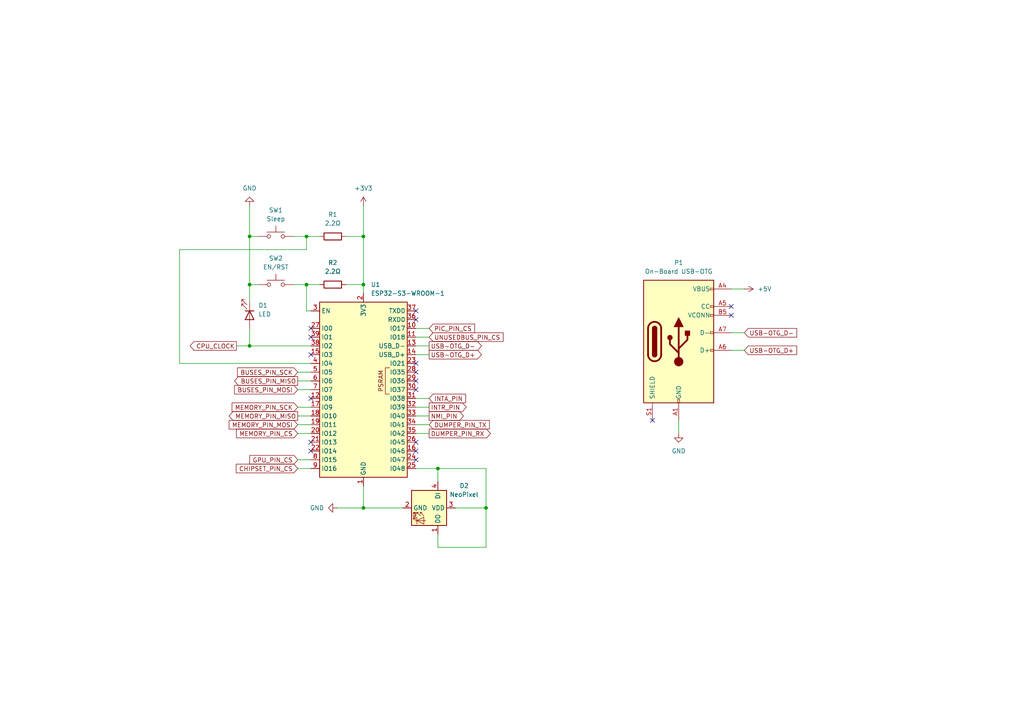
<source format=kicad_sch>
(kicad_sch
	(version 20250114)
	(generator "eeschema")
	(generator_version "9.0")
	(uuid "1c1a9a95-7529-4d58-b9e6-e8a4d3ce91e0")
	(paper "A4")
	(lib_symbols
		(symbol "Connector:USB_C_Plug_USB2.0"
			(pin_names
				(offset 1.016)
			)
			(exclude_from_sim no)
			(in_bom yes)
			(on_board yes)
			(property "Reference" "P"
				(at -10.16 19.05 0)
				(effects
					(font
						(size 1.27 1.27)
					)
					(justify left)
				)
			)
			(property "Value" "USB_C_Plug_USB2.0"
				(at 12.7 19.05 0)
				(effects
					(font
						(size 1.27 1.27)
					)
					(justify right)
				)
			)
			(property "Footprint" ""
				(at 3.81 0 0)
				(effects
					(font
						(size 1.27 1.27)
					)
					(hide yes)
				)
			)
			(property "Datasheet" "https://www.usb.org/sites/default/files/documents/usb_type-c.zip"
				(at 3.81 0 0)
				(effects
					(font
						(size 1.27 1.27)
					)
					(hide yes)
				)
			)
			(property "Description" "USB 2.0-only Type-C Plug connector"
				(at 0 0 0)
				(effects
					(font
						(size 1.27 1.27)
					)
					(hide yes)
				)
			)
			(property "ki_keywords" "usb universal serial bus type-C USB2.0"
				(at 0 0 0)
				(effects
					(font
						(size 1.27 1.27)
					)
					(hide yes)
				)
			)
			(property "ki_fp_filters" "USB*C*Plug*"
				(at 0 0 0)
				(effects
					(font
						(size 1.27 1.27)
					)
					(hide yes)
				)
			)
			(symbol "USB_C_Plug_USB2.0_0_0"
				(rectangle
					(start -0.254 -17.78)
					(end 0.254 -16.764)
					(stroke
						(width 0)
						(type default)
					)
					(fill
						(type none)
					)
				)
				(rectangle
					(start 10.16 15.494)
					(end 9.144 14.986)
					(stroke
						(width 0)
						(type default)
					)
					(fill
						(type none)
					)
				)
				(rectangle
					(start 10.16 10.414)
					(end 9.144 9.906)
					(stroke
						(width 0)
						(type default)
					)
					(fill
						(type none)
					)
				)
				(rectangle
					(start 10.16 7.874)
					(end 9.144 7.366)
					(stroke
						(width 0)
						(type default)
					)
					(fill
						(type none)
					)
				)
				(rectangle
					(start 10.16 2.794)
					(end 9.144 2.286)
					(stroke
						(width 0)
						(type default)
					)
					(fill
						(type none)
					)
				)
				(rectangle
					(start 10.16 -2.286)
					(end 9.144 -2.794)
					(stroke
						(width 0)
						(type default)
					)
					(fill
						(type none)
					)
				)
			)
			(symbol "USB_C_Plug_USB2.0_0_1"
				(rectangle
					(start -10.16 17.78)
					(end 10.16 -17.78)
					(stroke
						(width 0.254)
						(type default)
					)
					(fill
						(type background)
					)
				)
				(polyline
					(pts
						(xy -8.89 -3.81) (xy -8.89 3.81)
					)
					(stroke
						(width 0.508)
						(type default)
					)
					(fill
						(type none)
					)
				)
				(rectangle
					(start -7.62 -3.81)
					(end -6.35 3.81)
					(stroke
						(width 0.254)
						(type default)
					)
					(fill
						(type outline)
					)
				)
				(arc
					(start -7.62 3.81)
					(mid -6.985 4.4423)
					(end -6.35 3.81)
					(stroke
						(width 0.254)
						(type default)
					)
					(fill
						(type none)
					)
				)
				(arc
					(start -7.62 3.81)
					(mid -6.985 4.4423)
					(end -6.35 3.81)
					(stroke
						(width 0.254)
						(type default)
					)
					(fill
						(type outline)
					)
				)
				(arc
					(start -8.89 3.81)
					(mid -6.985 5.7067)
					(end -5.08 3.81)
					(stroke
						(width 0.508)
						(type default)
					)
					(fill
						(type none)
					)
				)
				(arc
					(start -5.08 -3.81)
					(mid -6.985 -5.7067)
					(end -8.89 -3.81)
					(stroke
						(width 0.508)
						(type default)
					)
					(fill
						(type none)
					)
				)
				(arc
					(start -6.35 -3.81)
					(mid -6.985 -4.4423)
					(end -7.62 -3.81)
					(stroke
						(width 0.254)
						(type default)
					)
					(fill
						(type none)
					)
				)
				(arc
					(start -6.35 -3.81)
					(mid -6.985 -4.4423)
					(end -7.62 -3.81)
					(stroke
						(width 0.254)
						(type default)
					)
					(fill
						(type outline)
					)
				)
				(polyline
					(pts
						(xy -5.08 3.81) (xy -5.08 -3.81)
					)
					(stroke
						(width 0.508)
						(type default)
					)
					(fill
						(type none)
					)
				)
				(circle
					(center -2.54 1.143)
					(radius 0.635)
					(stroke
						(width 0.254)
						(type default)
					)
					(fill
						(type outline)
					)
				)
				(polyline
					(pts
						(xy -1.27 4.318) (xy 0 6.858) (xy 1.27 4.318) (xy -1.27 4.318)
					)
					(stroke
						(width 0.254)
						(type default)
					)
					(fill
						(type outline)
					)
				)
				(polyline
					(pts
						(xy 0 -2.032) (xy 2.54 0.508) (xy 2.54 1.778)
					)
					(stroke
						(width 0.508)
						(type default)
					)
					(fill
						(type none)
					)
				)
				(polyline
					(pts
						(xy 0 -3.302) (xy -2.54 -0.762) (xy -2.54 0.508)
					)
					(stroke
						(width 0.508)
						(type default)
					)
					(fill
						(type none)
					)
				)
				(polyline
					(pts
						(xy 0 -5.842) (xy 0 4.318)
					)
					(stroke
						(width 0.508)
						(type default)
					)
					(fill
						(type none)
					)
				)
				(circle
					(center 0 -5.842)
					(radius 1.27)
					(stroke
						(width 0)
						(type default)
					)
					(fill
						(type outline)
					)
				)
				(rectangle
					(start 1.905 1.778)
					(end 3.175 3.048)
					(stroke
						(width 0.254)
						(type default)
					)
					(fill
						(type outline)
					)
				)
			)
			(symbol "USB_C_Plug_USB2.0_1_1"
				(pin passive line
					(at -7.62 -22.86 90)
					(length 5.08)
					(name "SHIELD"
						(effects
							(font
								(size 1.27 1.27)
							)
						)
					)
					(number "S1"
						(effects
							(font
								(size 1.27 1.27)
							)
						)
					)
				)
				(pin passive line
					(at 0 -22.86 90)
					(length 5.08)
					(name "GND"
						(effects
							(font
								(size 1.27 1.27)
							)
						)
					)
					(number "A1"
						(effects
							(font
								(size 1.27 1.27)
							)
						)
					)
				)
				(pin passive line
					(at 0 -22.86 90)
					(length 5.08)
					(hide yes)
					(name "GND"
						(effects
							(font
								(size 1.27 1.27)
							)
						)
					)
					(number "A12"
						(effects
							(font
								(size 1.27 1.27)
							)
						)
					)
				)
				(pin passive line
					(at 0 -22.86 90)
					(length 5.08)
					(hide yes)
					(name "GND"
						(effects
							(font
								(size 1.27 1.27)
							)
						)
					)
					(number "B1"
						(effects
							(font
								(size 1.27 1.27)
							)
						)
					)
				)
				(pin passive line
					(at 0 -22.86 90)
					(length 5.08)
					(hide yes)
					(name "GND"
						(effects
							(font
								(size 1.27 1.27)
							)
						)
					)
					(number "B12"
						(effects
							(font
								(size 1.27 1.27)
							)
						)
					)
				)
				(pin passive line
					(at 15.24 15.24 180)
					(length 5.08)
					(name "VBUS"
						(effects
							(font
								(size 1.27 1.27)
							)
						)
					)
					(number "A4"
						(effects
							(font
								(size 1.27 1.27)
							)
						)
					)
				)
				(pin passive line
					(at 15.24 15.24 180)
					(length 5.08)
					(hide yes)
					(name "VBUS"
						(effects
							(font
								(size 1.27 1.27)
							)
						)
					)
					(number "A9"
						(effects
							(font
								(size 1.27 1.27)
							)
						)
					)
				)
				(pin passive line
					(at 15.24 15.24 180)
					(length 5.08)
					(hide yes)
					(name "VBUS"
						(effects
							(font
								(size 1.27 1.27)
							)
						)
					)
					(number "B4"
						(effects
							(font
								(size 1.27 1.27)
							)
						)
					)
				)
				(pin passive line
					(at 15.24 15.24 180)
					(length 5.08)
					(hide yes)
					(name "VBUS"
						(effects
							(font
								(size 1.27 1.27)
							)
						)
					)
					(number "B9"
						(effects
							(font
								(size 1.27 1.27)
							)
						)
					)
				)
				(pin bidirectional line
					(at 15.24 10.16 180)
					(length 5.08)
					(name "CC"
						(effects
							(font
								(size 1.27 1.27)
							)
						)
					)
					(number "A5"
						(effects
							(font
								(size 1.27 1.27)
							)
						)
					)
				)
				(pin bidirectional line
					(at 15.24 7.62 180)
					(length 5.08)
					(name "VCONN"
						(effects
							(font
								(size 1.27 1.27)
							)
						)
					)
					(number "B5"
						(effects
							(font
								(size 1.27 1.27)
							)
						)
					)
				)
				(pin bidirectional line
					(at 15.24 2.54 180)
					(length 5.08)
					(name "D-"
						(effects
							(font
								(size 1.27 1.27)
							)
						)
					)
					(number "A7"
						(effects
							(font
								(size 1.27 1.27)
							)
						)
					)
				)
				(pin bidirectional line
					(at 15.24 -2.54 180)
					(length 5.08)
					(name "D+"
						(effects
							(font
								(size 1.27 1.27)
							)
						)
					)
					(number "A6"
						(effects
							(font
								(size 1.27 1.27)
							)
						)
					)
				)
			)
			(embedded_fonts no)
		)
		(symbol "Device:LED"
			(pin_numbers
				(hide yes)
			)
			(pin_names
				(offset 1.016)
				(hide yes)
			)
			(exclude_from_sim no)
			(in_bom yes)
			(on_board yes)
			(property "Reference" "D"
				(at 0 2.54 0)
				(effects
					(font
						(size 1.27 1.27)
					)
				)
			)
			(property "Value" "LED"
				(at 0 -2.54 0)
				(effects
					(font
						(size 1.27 1.27)
					)
				)
			)
			(property "Footprint" ""
				(at 0 0 0)
				(effects
					(font
						(size 1.27 1.27)
					)
					(hide yes)
				)
			)
			(property "Datasheet" "~"
				(at 0 0 0)
				(effects
					(font
						(size 1.27 1.27)
					)
					(hide yes)
				)
			)
			(property "Description" "Light emitting diode"
				(at 0 0 0)
				(effects
					(font
						(size 1.27 1.27)
					)
					(hide yes)
				)
			)
			(property "Sim.Pins" "1=K 2=A"
				(at 0 0 0)
				(effects
					(font
						(size 1.27 1.27)
					)
					(hide yes)
				)
			)
			(property "ki_keywords" "LED diode"
				(at 0 0 0)
				(effects
					(font
						(size 1.27 1.27)
					)
					(hide yes)
				)
			)
			(property "ki_fp_filters" "LED* LED_SMD:* LED_THT:*"
				(at 0 0 0)
				(effects
					(font
						(size 1.27 1.27)
					)
					(hide yes)
				)
			)
			(symbol "LED_0_1"
				(polyline
					(pts
						(xy -3.048 -0.762) (xy -4.572 -2.286) (xy -3.81 -2.286) (xy -4.572 -2.286) (xy -4.572 -1.524)
					)
					(stroke
						(width 0)
						(type default)
					)
					(fill
						(type none)
					)
				)
				(polyline
					(pts
						(xy -1.778 -0.762) (xy -3.302 -2.286) (xy -2.54 -2.286) (xy -3.302 -2.286) (xy -3.302 -1.524)
					)
					(stroke
						(width 0)
						(type default)
					)
					(fill
						(type none)
					)
				)
				(polyline
					(pts
						(xy -1.27 0) (xy 1.27 0)
					)
					(stroke
						(width 0)
						(type default)
					)
					(fill
						(type none)
					)
				)
				(polyline
					(pts
						(xy -1.27 -1.27) (xy -1.27 1.27)
					)
					(stroke
						(width 0.254)
						(type default)
					)
					(fill
						(type none)
					)
				)
				(polyline
					(pts
						(xy 1.27 -1.27) (xy 1.27 1.27) (xy -1.27 0) (xy 1.27 -1.27)
					)
					(stroke
						(width 0.254)
						(type default)
					)
					(fill
						(type none)
					)
				)
			)
			(symbol "LED_1_1"
				(pin passive line
					(at -3.81 0 0)
					(length 2.54)
					(name "K"
						(effects
							(font
								(size 1.27 1.27)
							)
						)
					)
					(number "1"
						(effects
							(font
								(size 1.27 1.27)
							)
						)
					)
				)
				(pin passive line
					(at 3.81 0 180)
					(length 2.54)
					(name "A"
						(effects
							(font
								(size 1.27 1.27)
							)
						)
					)
					(number "2"
						(effects
							(font
								(size 1.27 1.27)
							)
						)
					)
				)
			)
			(embedded_fonts no)
		)
		(symbol "Device:R"
			(pin_numbers
				(hide yes)
			)
			(pin_names
				(offset 0)
			)
			(exclude_from_sim no)
			(in_bom yes)
			(on_board yes)
			(property "Reference" "R"
				(at 2.032 0 90)
				(effects
					(font
						(size 1.27 1.27)
					)
				)
			)
			(property "Value" "R"
				(at 0 0 90)
				(effects
					(font
						(size 1.27 1.27)
					)
				)
			)
			(property "Footprint" ""
				(at -1.778 0 90)
				(effects
					(font
						(size 1.27 1.27)
					)
					(hide yes)
				)
			)
			(property "Datasheet" "~"
				(at 0 0 0)
				(effects
					(font
						(size 1.27 1.27)
					)
					(hide yes)
				)
			)
			(property "Description" "Resistor"
				(at 0 0 0)
				(effects
					(font
						(size 1.27 1.27)
					)
					(hide yes)
				)
			)
			(property "ki_keywords" "R res resistor"
				(at 0 0 0)
				(effects
					(font
						(size 1.27 1.27)
					)
					(hide yes)
				)
			)
			(property "ki_fp_filters" "R_*"
				(at 0 0 0)
				(effects
					(font
						(size 1.27 1.27)
					)
					(hide yes)
				)
			)
			(symbol "R_0_1"
				(rectangle
					(start -1.016 -2.54)
					(end 1.016 2.54)
					(stroke
						(width 0.254)
						(type default)
					)
					(fill
						(type none)
					)
				)
			)
			(symbol "R_1_1"
				(pin passive line
					(at 0 3.81 270)
					(length 1.27)
					(name "~"
						(effects
							(font
								(size 1.27 1.27)
							)
						)
					)
					(number "1"
						(effects
							(font
								(size 1.27 1.27)
							)
						)
					)
				)
				(pin passive line
					(at 0 -3.81 90)
					(length 1.27)
					(name "~"
						(effects
							(font
								(size 1.27 1.27)
							)
						)
					)
					(number "2"
						(effects
							(font
								(size 1.27 1.27)
							)
						)
					)
				)
			)
			(embedded_fonts no)
		)
		(symbol "LED:APA-106-F5"
			(exclude_from_sim no)
			(in_bom yes)
			(on_board yes)
			(property "Reference" "D"
				(at 5.08 5.715 0)
				(effects
					(font
						(size 1.27 1.27)
					)
					(justify right bottom)
				)
			)
			(property "Value" "APA-106-F5"
				(at 1.27 -5.715 0)
				(effects
					(font
						(size 1.27 1.27)
					)
					(justify left top)
				)
			)
			(property "Footprint" "LED_THT:LED_D5.0mm-4_RGB"
				(at 1.27 -7.62 0)
				(effects
					(font
						(size 1.27 1.27)
					)
					(justify left top)
					(hide yes)
				)
			)
			(property "Datasheet" "https://cdn.sparkfun.com/datasheets/Components/LED/COM-12877.pdf"
				(at 2.54 -9.525 0)
				(effects
					(font
						(size 1.27 1.27)
					)
					(justify left top)
					(hide yes)
				)
			)
			(property "Description" "RGB LED with integrated controller, 5mm Package"
				(at 0 0 0)
				(effects
					(font
						(size 1.27 1.27)
					)
					(hide yes)
				)
			)
			(property "ki_keywords" "RGB LED addressable 8bit pwm 5bit greyscale"
				(at 0 0 0)
				(effects
					(font
						(size 1.27 1.27)
					)
					(hide yes)
				)
			)
			(property "ki_fp_filters" "LED*D5.0mm*RGB*"
				(at 0 0 0)
				(effects
					(font
						(size 1.27 1.27)
					)
					(hide yes)
				)
			)
			(symbol "APA-106-F5_0_0"
				(text "RGB"
					(at 2.286 -4.191 0)
					(effects
						(font
							(size 0.762 0.762)
						)
					)
				)
			)
			(symbol "APA-106-F5_0_1"
				(polyline
					(pts
						(xy 1.27 -2.54) (xy 1.778 -2.54)
					)
					(stroke
						(width 0)
						(type default)
					)
					(fill
						(type none)
					)
				)
				(polyline
					(pts
						(xy 1.27 -3.556) (xy 1.778 -3.556)
					)
					(stroke
						(width 0)
						(type default)
					)
					(fill
						(type none)
					)
				)
				(polyline
					(pts
						(xy 2.286 -1.524) (xy 1.27 -2.54) (xy 1.27 -2.032)
					)
					(stroke
						(width 0)
						(type default)
					)
					(fill
						(type none)
					)
				)
				(polyline
					(pts
						(xy 2.286 -2.54) (xy 1.27 -3.556) (xy 1.27 -3.048)
					)
					(stroke
						(width 0)
						(type default)
					)
					(fill
						(type none)
					)
				)
				(polyline
					(pts
						(xy 3.683 -1.016) (xy 3.683 -3.556) (xy 3.683 -4.064)
					)
					(stroke
						(width 0)
						(type default)
					)
					(fill
						(type none)
					)
				)
				(polyline
					(pts
						(xy 4.699 -1.524) (xy 2.667 -1.524) (xy 3.683 -3.556) (xy 4.699 -1.524)
					)
					(stroke
						(width 0)
						(type default)
					)
					(fill
						(type none)
					)
				)
				(polyline
					(pts
						(xy 4.699 -3.556) (xy 2.667 -3.556)
					)
					(stroke
						(width 0)
						(type default)
					)
					(fill
						(type none)
					)
				)
				(rectangle
					(start 5.08 5.08)
					(end -5.08 -5.08)
					(stroke
						(width 0.254)
						(type default)
					)
					(fill
						(type background)
					)
				)
			)
			(symbol "APA-106-F5_1_1"
				(pin input line
					(at -7.62 2.54 0)
					(length 2.54)
					(name "DI"
						(effects
							(font
								(size 1.27 1.27)
							)
						)
					)
					(number "4"
						(effects
							(font
								(size 1.27 1.27)
							)
						)
					)
				)
				(pin power_in line
					(at 0 7.62 270)
					(length 2.54)
					(name "VDD"
						(effects
							(font
								(size 1.27 1.27)
							)
						)
					)
					(number "3"
						(effects
							(font
								(size 1.27 1.27)
							)
						)
					)
				)
				(pin power_in line
					(at 0 -7.62 90)
					(length 2.54)
					(name "GND"
						(effects
							(font
								(size 1.27 1.27)
							)
						)
					)
					(number "2"
						(effects
							(font
								(size 1.27 1.27)
							)
						)
					)
				)
				(pin output line
					(at 7.62 2.54 180)
					(length 2.54)
					(name "DO"
						(effects
							(font
								(size 1.27 1.27)
							)
						)
					)
					(number "1"
						(effects
							(font
								(size 1.27 1.27)
							)
						)
					)
				)
			)
			(embedded_fonts no)
		)
		(symbol "RF_Module:ESP32-S3-WROOM-1"
			(exclude_from_sim no)
			(in_bom yes)
			(on_board yes)
			(property "Reference" "U"
				(at -12.7 26.67 0)
				(effects
					(font
						(size 1.27 1.27)
					)
				)
			)
			(property "Value" "ESP32-S3-WROOM-1"
				(at 12.7 26.67 0)
				(effects
					(font
						(size 1.27 1.27)
					)
				)
			)
			(property "Footprint" "RF_Module:ESP32-S3-WROOM-1"
				(at 0 2.54 0)
				(effects
					(font
						(size 1.27 1.27)
					)
					(hide yes)
				)
			)
			(property "Datasheet" "https://www.espressif.com/sites/default/files/documentation/esp32-s3-wroom-1_wroom-1u_datasheet_en.pdf"
				(at 0 0 0)
				(effects
					(font
						(size 1.27 1.27)
					)
					(hide yes)
				)
			)
			(property "Description" "RF Module, ESP32-S3 SoC, Wi-Fi 802.11b/g/n, Bluetooth, BLE, 32-bit, 3.3V, onboard antenna, SMD"
				(at 0 0 0)
				(effects
					(font
						(size 1.27 1.27)
					)
					(hide yes)
				)
			)
			(property "ki_keywords" "RF Radio BT ESP ESP32-S3 Espressif onboard PCB antenna"
				(at 0 0 0)
				(effects
					(font
						(size 1.27 1.27)
					)
					(hide yes)
				)
			)
			(property "ki_fp_filters" "ESP32?S3?WROOM?1*"
				(at 0 0 0)
				(effects
					(font
						(size 1.27 1.27)
					)
					(hide yes)
				)
			)
			(symbol "ESP32-S3-WROOM-1_0_0"
				(rectangle
					(start -12.7 25.4)
					(end 12.7 -25.4)
					(stroke
						(width 0.254)
						(type default)
					)
					(fill
						(type background)
					)
				)
				(text "PSRAM"
					(at 5.08 2.54 900)
					(effects
						(font
							(size 1.27 1.27)
						)
					)
				)
			)
			(symbol "ESP32-S3-WROOM-1_0_1"
				(polyline
					(pts
						(xy 7.62 -1.27) (xy 6.35 -1.27) (xy 6.35 6.35) (xy 7.62 6.35)
					)
					(stroke
						(width 0)
						(type default)
					)
					(fill
						(type none)
					)
				)
			)
			(symbol "ESP32-S3-WROOM-1_1_1"
				(pin input line
					(at -15.24 22.86 0)
					(length 2.54)
					(name "EN"
						(effects
							(font
								(size 1.27 1.27)
							)
						)
					)
					(number "3"
						(effects
							(font
								(size 1.27 1.27)
							)
						)
					)
				)
				(pin bidirectional line
					(at -15.24 17.78 0)
					(length 2.54)
					(name "IO0"
						(effects
							(font
								(size 1.27 1.27)
							)
						)
					)
					(number "27"
						(effects
							(font
								(size 1.27 1.27)
							)
						)
					)
				)
				(pin bidirectional line
					(at -15.24 15.24 0)
					(length 2.54)
					(name "IO1"
						(effects
							(font
								(size 1.27 1.27)
							)
						)
					)
					(number "39"
						(effects
							(font
								(size 1.27 1.27)
							)
						)
					)
				)
				(pin bidirectional line
					(at -15.24 12.7 0)
					(length 2.54)
					(name "IO2"
						(effects
							(font
								(size 1.27 1.27)
							)
						)
					)
					(number "38"
						(effects
							(font
								(size 1.27 1.27)
							)
						)
					)
				)
				(pin bidirectional line
					(at -15.24 10.16 0)
					(length 2.54)
					(name "IO3"
						(effects
							(font
								(size 1.27 1.27)
							)
						)
					)
					(number "15"
						(effects
							(font
								(size 1.27 1.27)
							)
						)
					)
				)
				(pin bidirectional line
					(at -15.24 7.62 0)
					(length 2.54)
					(name "IO4"
						(effects
							(font
								(size 1.27 1.27)
							)
						)
					)
					(number "4"
						(effects
							(font
								(size 1.27 1.27)
							)
						)
					)
				)
				(pin bidirectional line
					(at -15.24 5.08 0)
					(length 2.54)
					(name "IO5"
						(effects
							(font
								(size 1.27 1.27)
							)
						)
					)
					(number "5"
						(effects
							(font
								(size 1.27 1.27)
							)
						)
					)
				)
				(pin bidirectional line
					(at -15.24 2.54 0)
					(length 2.54)
					(name "IO6"
						(effects
							(font
								(size 1.27 1.27)
							)
						)
					)
					(number "6"
						(effects
							(font
								(size 1.27 1.27)
							)
						)
					)
				)
				(pin bidirectional line
					(at -15.24 0 0)
					(length 2.54)
					(name "IO7"
						(effects
							(font
								(size 1.27 1.27)
							)
						)
					)
					(number "7"
						(effects
							(font
								(size 1.27 1.27)
							)
						)
					)
				)
				(pin bidirectional line
					(at -15.24 -2.54 0)
					(length 2.54)
					(name "IO8"
						(effects
							(font
								(size 1.27 1.27)
							)
						)
					)
					(number "12"
						(effects
							(font
								(size 1.27 1.27)
							)
						)
					)
				)
				(pin bidirectional line
					(at -15.24 -5.08 0)
					(length 2.54)
					(name "IO9"
						(effects
							(font
								(size 1.27 1.27)
							)
						)
					)
					(number "17"
						(effects
							(font
								(size 1.27 1.27)
							)
						)
					)
				)
				(pin bidirectional line
					(at -15.24 -7.62 0)
					(length 2.54)
					(name "IO10"
						(effects
							(font
								(size 1.27 1.27)
							)
						)
					)
					(number "18"
						(effects
							(font
								(size 1.27 1.27)
							)
						)
					)
				)
				(pin bidirectional line
					(at -15.24 -10.16 0)
					(length 2.54)
					(name "IO11"
						(effects
							(font
								(size 1.27 1.27)
							)
						)
					)
					(number "19"
						(effects
							(font
								(size 1.27 1.27)
							)
						)
					)
				)
				(pin bidirectional line
					(at -15.24 -12.7 0)
					(length 2.54)
					(name "IO12"
						(effects
							(font
								(size 1.27 1.27)
							)
						)
					)
					(number "20"
						(effects
							(font
								(size 1.27 1.27)
							)
						)
					)
				)
				(pin bidirectional line
					(at -15.24 -15.24 0)
					(length 2.54)
					(name "IO13"
						(effects
							(font
								(size 1.27 1.27)
							)
						)
					)
					(number "21"
						(effects
							(font
								(size 1.27 1.27)
							)
						)
					)
				)
				(pin bidirectional line
					(at -15.24 -17.78 0)
					(length 2.54)
					(name "IO14"
						(effects
							(font
								(size 1.27 1.27)
							)
						)
					)
					(number "22"
						(effects
							(font
								(size 1.27 1.27)
							)
						)
					)
				)
				(pin bidirectional line
					(at -15.24 -20.32 0)
					(length 2.54)
					(name "IO15"
						(effects
							(font
								(size 1.27 1.27)
							)
						)
					)
					(number "8"
						(effects
							(font
								(size 1.27 1.27)
							)
						)
					)
				)
				(pin bidirectional line
					(at -15.24 -22.86 0)
					(length 2.54)
					(name "IO16"
						(effects
							(font
								(size 1.27 1.27)
							)
						)
					)
					(number "9"
						(effects
							(font
								(size 1.27 1.27)
							)
						)
					)
				)
				(pin power_in line
					(at 0 27.94 270)
					(length 2.54)
					(name "3V3"
						(effects
							(font
								(size 1.27 1.27)
							)
						)
					)
					(number "2"
						(effects
							(font
								(size 1.27 1.27)
							)
						)
					)
				)
				(pin power_in line
					(at 0 -27.94 90)
					(length 2.54)
					(name "GND"
						(effects
							(font
								(size 1.27 1.27)
							)
						)
					)
					(number "1"
						(effects
							(font
								(size 1.27 1.27)
							)
						)
					)
				)
				(pin passive line
					(at 0 -27.94 90)
					(length 2.54)
					(hide yes)
					(name "GND"
						(effects
							(font
								(size 1.27 1.27)
							)
						)
					)
					(number "40"
						(effects
							(font
								(size 1.27 1.27)
							)
						)
					)
				)
				(pin passive line
					(at 0 -27.94 90)
					(length 2.54)
					(hide yes)
					(name "GND"
						(effects
							(font
								(size 1.27 1.27)
							)
						)
					)
					(number "41"
						(effects
							(font
								(size 1.27 1.27)
							)
						)
					)
				)
				(pin bidirectional line
					(at 15.24 22.86 180)
					(length 2.54)
					(name "TXD0"
						(effects
							(font
								(size 1.27 1.27)
							)
						)
					)
					(number "37"
						(effects
							(font
								(size 1.27 1.27)
							)
						)
					)
				)
				(pin bidirectional line
					(at 15.24 20.32 180)
					(length 2.54)
					(name "RXD0"
						(effects
							(font
								(size 1.27 1.27)
							)
						)
					)
					(number "36"
						(effects
							(font
								(size 1.27 1.27)
							)
						)
					)
				)
				(pin bidirectional line
					(at 15.24 17.78 180)
					(length 2.54)
					(name "IO17"
						(effects
							(font
								(size 1.27 1.27)
							)
						)
					)
					(number "10"
						(effects
							(font
								(size 1.27 1.27)
							)
						)
					)
				)
				(pin bidirectional line
					(at 15.24 15.24 180)
					(length 2.54)
					(name "IO18"
						(effects
							(font
								(size 1.27 1.27)
							)
						)
					)
					(number "11"
						(effects
							(font
								(size 1.27 1.27)
							)
						)
					)
				)
				(pin bidirectional line
					(at 15.24 12.7 180)
					(length 2.54)
					(name "USB_D-"
						(effects
							(font
								(size 1.27 1.27)
							)
						)
					)
					(number "13"
						(effects
							(font
								(size 1.27 1.27)
							)
						)
					)
					(alternate "IO19" bidirectional line)
				)
				(pin bidirectional line
					(at 15.24 10.16 180)
					(length 2.54)
					(name "USB_D+"
						(effects
							(font
								(size 1.27 1.27)
							)
						)
					)
					(number "14"
						(effects
							(font
								(size 1.27 1.27)
							)
						)
					)
					(alternate "IO20" bidirectional line)
				)
				(pin bidirectional line
					(at 15.24 7.62 180)
					(length 2.54)
					(name "IO21"
						(effects
							(font
								(size 1.27 1.27)
							)
						)
					)
					(number "23"
						(effects
							(font
								(size 1.27 1.27)
							)
						)
					)
				)
				(pin bidirectional line
					(at 15.24 5.08 180)
					(length 2.54)
					(name "IO35"
						(effects
							(font
								(size 1.27 1.27)
							)
						)
					)
					(number "28"
						(effects
							(font
								(size 1.27 1.27)
							)
						)
					)
				)
				(pin bidirectional line
					(at 15.24 2.54 180)
					(length 2.54)
					(name "IO36"
						(effects
							(font
								(size 1.27 1.27)
							)
						)
					)
					(number "29"
						(effects
							(font
								(size 1.27 1.27)
							)
						)
					)
				)
				(pin bidirectional line
					(at 15.24 0 180)
					(length 2.54)
					(name "IO37"
						(effects
							(font
								(size 1.27 1.27)
							)
						)
					)
					(number "30"
						(effects
							(font
								(size 1.27 1.27)
							)
						)
					)
				)
				(pin bidirectional line
					(at 15.24 -2.54 180)
					(length 2.54)
					(name "IO38"
						(effects
							(font
								(size 1.27 1.27)
							)
						)
					)
					(number "31"
						(effects
							(font
								(size 1.27 1.27)
							)
						)
					)
				)
				(pin bidirectional line
					(at 15.24 -5.08 180)
					(length 2.54)
					(name "IO39"
						(effects
							(font
								(size 1.27 1.27)
							)
						)
					)
					(number "32"
						(effects
							(font
								(size 1.27 1.27)
							)
						)
					)
				)
				(pin bidirectional line
					(at 15.24 -7.62 180)
					(length 2.54)
					(name "IO40"
						(effects
							(font
								(size 1.27 1.27)
							)
						)
					)
					(number "33"
						(effects
							(font
								(size 1.27 1.27)
							)
						)
					)
				)
				(pin bidirectional line
					(at 15.24 -10.16 180)
					(length 2.54)
					(name "IO41"
						(effects
							(font
								(size 1.27 1.27)
							)
						)
					)
					(number "34"
						(effects
							(font
								(size 1.27 1.27)
							)
						)
					)
				)
				(pin bidirectional line
					(at 15.24 -12.7 180)
					(length 2.54)
					(name "IO42"
						(effects
							(font
								(size 1.27 1.27)
							)
						)
					)
					(number "35"
						(effects
							(font
								(size 1.27 1.27)
							)
						)
					)
				)
				(pin bidirectional line
					(at 15.24 -15.24 180)
					(length 2.54)
					(name "IO45"
						(effects
							(font
								(size 1.27 1.27)
							)
						)
					)
					(number "26"
						(effects
							(font
								(size 1.27 1.27)
							)
						)
					)
				)
				(pin bidirectional line
					(at 15.24 -17.78 180)
					(length 2.54)
					(name "IO46"
						(effects
							(font
								(size 1.27 1.27)
							)
						)
					)
					(number "16"
						(effects
							(font
								(size 1.27 1.27)
							)
						)
					)
				)
				(pin bidirectional line
					(at 15.24 -20.32 180)
					(length 2.54)
					(name "IO47"
						(effects
							(font
								(size 1.27 1.27)
							)
						)
					)
					(number "24"
						(effects
							(font
								(size 1.27 1.27)
							)
						)
					)
				)
				(pin bidirectional line
					(at 15.24 -22.86 180)
					(length 2.54)
					(name "IO48"
						(effects
							(font
								(size 1.27 1.27)
							)
						)
					)
					(number "25"
						(effects
							(font
								(size 1.27 1.27)
							)
						)
					)
				)
			)
			(embedded_fonts no)
		)
		(symbol "Switch:SW_Push"
			(pin_numbers
				(hide yes)
			)
			(pin_names
				(offset 1.016)
				(hide yes)
			)
			(exclude_from_sim no)
			(in_bom yes)
			(on_board yes)
			(property "Reference" "SW"
				(at 1.27 2.54 0)
				(effects
					(font
						(size 1.27 1.27)
					)
					(justify left)
				)
			)
			(property "Value" "SW_Push"
				(at 0 -1.524 0)
				(effects
					(font
						(size 1.27 1.27)
					)
				)
			)
			(property "Footprint" ""
				(at 0 5.08 0)
				(effects
					(font
						(size 1.27 1.27)
					)
					(hide yes)
				)
			)
			(property "Datasheet" "~"
				(at 0 5.08 0)
				(effects
					(font
						(size 1.27 1.27)
					)
					(hide yes)
				)
			)
			(property "Description" "Push button switch, generic, two pins"
				(at 0 0 0)
				(effects
					(font
						(size 1.27 1.27)
					)
					(hide yes)
				)
			)
			(property "ki_keywords" "switch normally-open pushbutton push-button"
				(at 0 0 0)
				(effects
					(font
						(size 1.27 1.27)
					)
					(hide yes)
				)
			)
			(symbol "SW_Push_0_1"
				(circle
					(center -2.032 0)
					(radius 0.508)
					(stroke
						(width 0)
						(type default)
					)
					(fill
						(type none)
					)
				)
				(polyline
					(pts
						(xy 0 1.27) (xy 0 3.048)
					)
					(stroke
						(width 0)
						(type default)
					)
					(fill
						(type none)
					)
				)
				(circle
					(center 2.032 0)
					(radius 0.508)
					(stroke
						(width 0)
						(type default)
					)
					(fill
						(type none)
					)
				)
				(polyline
					(pts
						(xy 2.54 1.27) (xy -2.54 1.27)
					)
					(stroke
						(width 0)
						(type default)
					)
					(fill
						(type none)
					)
				)
				(pin passive line
					(at -5.08 0 0)
					(length 2.54)
					(name "1"
						(effects
							(font
								(size 1.27 1.27)
							)
						)
					)
					(number "1"
						(effects
							(font
								(size 1.27 1.27)
							)
						)
					)
				)
				(pin passive line
					(at 5.08 0 180)
					(length 2.54)
					(name "2"
						(effects
							(font
								(size 1.27 1.27)
							)
						)
					)
					(number "2"
						(effects
							(font
								(size 1.27 1.27)
							)
						)
					)
				)
			)
			(embedded_fonts no)
		)
		(symbol "power:+3V3"
			(power)
			(pin_numbers
				(hide yes)
			)
			(pin_names
				(offset 0)
				(hide yes)
			)
			(exclude_from_sim no)
			(in_bom yes)
			(on_board yes)
			(property "Reference" "#PWR"
				(at 0 -3.81 0)
				(effects
					(font
						(size 1.27 1.27)
					)
					(hide yes)
				)
			)
			(property "Value" "+3V3"
				(at 0 3.556 0)
				(effects
					(font
						(size 1.27 1.27)
					)
				)
			)
			(property "Footprint" ""
				(at 0 0 0)
				(effects
					(font
						(size 1.27 1.27)
					)
					(hide yes)
				)
			)
			(property "Datasheet" ""
				(at 0 0 0)
				(effects
					(font
						(size 1.27 1.27)
					)
					(hide yes)
				)
			)
			(property "Description" "Power symbol creates a global label with name \"+3V3\""
				(at 0 0 0)
				(effects
					(font
						(size 1.27 1.27)
					)
					(hide yes)
				)
			)
			(property "ki_keywords" "global power"
				(at 0 0 0)
				(effects
					(font
						(size 1.27 1.27)
					)
					(hide yes)
				)
			)
			(symbol "+3V3_0_1"
				(polyline
					(pts
						(xy -0.762 1.27) (xy 0 2.54)
					)
					(stroke
						(width 0)
						(type default)
					)
					(fill
						(type none)
					)
				)
				(polyline
					(pts
						(xy 0 2.54) (xy 0.762 1.27)
					)
					(stroke
						(width 0)
						(type default)
					)
					(fill
						(type none)
					)
				)
				(polyline
					(pts
						(xy 0 0) (xy 0 2.54)
					)
					(stroke
						(width 0)
						(type default)
					)
					(fill
						(type none)
					)
				)
			)
			(symbol "+3V3_1_1"
				(pin power_in line
					(at 0 0 90)
					(length 0)
					(name "~"
						(effects
							(font
								(size 1.27 1.27)
							)
						)
					)
					(number "1"
						(effects
							(font
								(size 1.27 1.27)
							)
						)
					)
				)
			)
			(embedded_fonts no)
		)
		(symbol "power:+5V"
			(power)
			(pin_numbers
				(hide yes)
			)
			(pin_names
				(offset 0)
				(hide yes)
			)
			(exclude_from_sim no)
			(in_bom yes)
			(on_board yes)
			(property "Reference" "#PWR"
				(at 0 -3.81 0)
				(effects
					(font
						(size 1.27 1.27)
					)
					(hide yes)
				)
			)
			(property "Value" "+5V"
				(at 0 3.556 0)
				(effects
					(font
						(size 1.27 1.27)
					)
				)
			)
			(property "Footprint" ""
				(at 0 0 0)
				(effects
					(font
						(size 1.27 1.27)
					)
					(hide yes)
				)
			)
			(property "Datasheet" ""
				(at 0 0 0)
				(effects
					(font
						(size 1.27 1.27)
					)
					(hide yes)
				)
			)
			(property "Description" "Power symbol creates a global label with name \"+5V\""
				(at 0 0 0)
				(effects
					(font
						(size 1.27 1.27)
					)
					(hide yes)
				)
			)
			(property "ki_keywords" "global power"
				(at 0 0 0)
				(effects
					(font
						(size 1.27 1.27)
					)
					(hide yes)
				)
			)
			(symbol "+5V_0_1"
				(polyline
					(pts
						(xy -0.762 1.27) (xy 0 2.54)
					)
					(stroke
						(width 0)
						(type default)
					)
					(fill
						(type none)
					)
				)
				(polyline
					(pts
						(xy 0 2.54) (xy 0.762 1.27)
					)
					(stroke
						(width 0)
						(type default)
					)
					(fill
						(type none)
					)
				)
				(polyline
					(pts
						(xy 0 0) (xy 0 2.54)
					)
					(stroke
						(width 0)
						(type default)
					)
					(fill
						(type none)
					)
				)
			)
			(symbol "+5V_1_1"
				(pin power_in line
					(at 0 0 90)
					(length 0)
					(name "~"
						(effects
							(font
								(size 1.27 1.27)
							)
						)
					)
					(number "1"
						(effects
							(font
								(size 1.27 1.27)
							)
						)
					)
				)
			)
			(embedded_fonts no)
		)
		(symbol "power:GND"
			(power)
			(pin_numbers
				(hide yes)
			)
			(pin_names
				(offset 0)
				(hide yes)
			)
			(exclude_from_sim no)
			(in_bom yes)
			(on_board yes)
			(property "Reference" "#PWR"
				(at 0 -6.35 0)
				(effects
					(font
						(size 1.27 1.27)
					)
					(hide yes)
				)
			)
			(property "Value" "GND"
				(at 0 -3.81 0)
				(effects
					(font
						(size 1.27 1.27)
					)
				)
			)
			(property "Footprint" ""
				(at 0 0 0)
				(effects
					(font
						(size 1.27 1.27)
					)
					(hide yes)
				)
			)
			(property "Datasheet" ""
				(at 0 0 0)
				(effects
					(font
						(size 1.27 1.27)
					)
					(hide yes)
				)
			)
			(property "Description" "Power symbol creates a global label with name \"GND\" , ground"
				(at 0 0 0)
				(effects
					(font
						(size 1.27 1.27)
					)
					(hide yes)
				)
			)
			(property "ki_keywords" "global power"
				(at 0 0 0)
				(effects
					(font
						(size 1.27 1.27)
					)
					(hide yes)
				)
			)
			(symbol "GND_0_1"
				(polyline
					(pts
						(xy 0 0) (xy 0 -1.27) (xy 1.27 -1.27) (xy 0 -2.54) (xy -1.27 -1.27) (xy 0 -1.27)
					)
					(stroke
						(width 0)
						(type default)
					)
					(fill
						(type none)
					)
				)
			)
			(symbol "GND_1_1"
				(pin power_in line
					(at 0 0 270)
					(length 0)
					(name "~"
						(effects
							(font
								(size 1.27 1.27)
							)
						)
					)
					(number "1"
						(effects
							(font
								(size 1.27 1.27)
							)
						)
					)
				)
			)
			(embedded_fonts no)
		)
	)
	(junction
		(at 72.39 68.58)
		(diameter 0)
		(color 0 0 0 0)
		(uuid "3526818d-5886-48b3-9df1-f5de7f779b94")
	)
	(junction
		(at 72.39 82.55)
		(diameter 0)
		(color 0 0 0 0)
		(uuid "39950378-052d-443e-a8d9-379d4d1ecf90")
	)
	(junction
		(at 127 135.89)
		(diameter 0)
		(color 0 0 0 0)
		(uuid "49ea445c-a162-4670-a75e-98593aaade5b")
	)
	(junction
		(at 140.97 147.32)
		(diameter 0)
		(color 0 0 0 0)
		(uuid "4b63b19b-c8c6-490b-aebf-780ec75a1448")
	)
	(junction
		(at 88.9 82.55)
		(diameter 0)
		(color 0 0 0 0)
		(uuid "57719eb7-2fd4-4396-8948-1e9bd5d78166")
	)
	(junction
		(at 72.39 100.33)
		(diameter 0)
		(color 0 0 0 0)
		(uuid "6bac595b-b9f5-42fe-9961-ad1f03a60b06")
	)
	(junction
		(at 105.41 68.58)
		(diameter 0)
		(color 0 0 0 0)
		(uuid "76179f46-43cf-40fc-8df4-e090b60a6228")
	)
	(junction
		(at 88.9 68.58)
		(diameter 0)
		(color 0 0 0 0)
		(uuid "9874c172-2158-4950-b2f4-1fd61335ff0a")
	)
	(junction
		(at 105.41 82.55)
		(diameter 0)
		(color 0 0 0 0)
		(uuid "a758d98e-82c4-4a27-8351-8d8dcadc799f")
	)
	(junction
		(at 105.41 147.32)
		(diameter 0)
		(color 0 0 0 0)
		(uuid "e6072ff5-a244-46a1-a0ff-8d447c2bc800")
	)
	(no_connect
		(at 120.65 133.35)
		(uuid "1a11391b-e67a-4b43-998a-79be381e7c10")
	)
	(no_connect
		(at 120.65 113.03)
		(uuid "27581e62-9e32-4ff1-9a78-55227e5408ce")
	)
	(no_connect
		(at 120.65 105.41)
		(uuid "2aa76b5e-0ab6-49b9-9dbd-c2865a6d1882")
	)
	(no_connect
		(at 189.23 121.92)
		(uuid "2f943ef8-1790-40b1-9d99-148c6d05efd4")
	)
	(no_connect
		(at 120.65 90.17)
		(uuid "34d6f50c-a87f-4387-ab7c-ea8f02960c4d")
	)
	(no_connect
		(at 90.17 130.81)
		(uuid "3fd8688e-f149-4824-b8ef-b1ff42781f1f")
	)
	(no_connect
		(at 120.65 92.71)
		(uuid "44e1eacd-c0d0-45a7-977c-e497a132279a")
	)
	(no_connect
		(at 90.17 97.79)
		(uuid "49a41f2f-a6ab-4fcb-862e-7fa607ef7bf2")
	)
	(no_connect
		(at 90.17 128.27)
		(uuid "6c114f9d-c33f-4fa0-90c2-14ce1937cbfc")
	)
	(no_connect
		(at 120.65 128.27)
		(uuid "7b3d9893-f7a5-498a-ac9b-5dfaea63c7f4")
	)
	(no_connect
		(at 120.65 110.49)
		(uuid "8465ae83-ca59-474b-a42d-15202cf6aff3")
	)
	(no_connect
		(at 120.65 107.95)
		(uuid "8b64ef9d-b9dc-4085-a3a6-681b4c815a88")
	)
	(no_connect
		(at 120.65 130.81)
		(uuid "94e46603-dca6-48d2-8313-51e8ac344003")
	)
	(no_connect
		(at 212.09 91.44)
		(uuid "9fc1c1dd-21e2-4336-9306-0e5ca280e184")
	)
	(no_connect
		(at 212.09 88.9)
		(uuid "afd073b4-7c1a-4609-a94d-12e9a6d2a040")
	)
	(no_connect
		(at 90.17 95.25)
		(uuid "b3996989-ec85-4716-ac8e-ce5698b4c99d")
	)
	(no_connect
		(at 90.17 115.57)
		(uuid "cc934341-3fd6-43d1-89e2-d0dc6243db48")
	)
	(no_connect
		(at 90.17 102.87)
		(uuid "e107bf5d-7e15-4388-b920-385d78e3c5de")
	)
	(wire
		(pts
			(xy 88.9 82.55) (xy 92.71 82.55)
		)
		(stroke
			(width 0)
			(type default)
		)
		(uuid "06b175a0-a84d-4791-a9b0-9a5c5fb507dd")
	)
	(wire
		(pts
			(xy 140.97 158.75) (xy 140.97 147.32)
		)
		(stroke
			(width 0)
			(type default)
		)
		(uuid "09211ed6-4791-4f31-8ec2-a6d99b19dc01")
	)
	(wire
		(pts
			(xy 127 158.75) (xy 140.97 158.75)
		)
		(stroke
			(width 0)
			(type default)
		)
		(uuid "116b566f-883a-432b-8126-56a51d377afa")
	)
	(wire
		(pts
			(xy 105.41 140.97) (xy 105.41 147.32)
		)
		(stroke
			(width 0)
			(type default)
		)
		(uuid "1373c498-5d4f-4ad6-807a-47c4103ab8ab")
	)
	(wire
		(pts
			(xy 72.39 59.69) (xy 72.39 68.58)
		)
		(stroke
			(width 0)
			(type default)
		)
		(uuid "14abd902-14c2-4da5-89ab-2518a14c95f6")
	)
	(wire
		(pts
			(xy 72.39 68.58) (xy 74.93 68.58)
		)
		(stroke
			(width 0)
			(type default)
		)
		(uuid "162b3166-b7e1-491b-861a-adaede42243c")
	)
	(wire
		(pts
			(xy 105.41 59.69) (xy 105.41 68.58)
		)
		(stroke
			(width 0)
			(type default)
		)
		(uuid "1de1d1c5-bd56-4e89-99f1-d92e1e7a9ef2")
	)
	(wire
		(pts
			(xy 90.17 90.17) (xy 88.9 90.17)
		)
		(stroke
			(width 0)
			(type default)
		)
		(uuid "1ee3f403-f249-44c0-a3e1-6fc0865b94dd")
	)
	(wire
		(pts
			(xy 86.36 113.03) (xy 90.17 113.03)
		)
		(stroke
			(width 0)
			(type default)
		)
		(uuid "210d30bb-126f-4681-9f6a-b28df4e333ae")
	)
	(wire
		(pts
			(xy 120.65 118.11) (xy 124.46 118.11)
		)
		(stroke
			(width 0)
			(type default)
		)
		(uuid "26328827-6c73-4433-addc-8f0c42f61e4a")
	)
	(wire
		(pts
			(xy 86.36 120.65) (xy 90.17 120.65)
		)
		(stroke
			(width 0)
			(type default)
		)
		(uuid "29708b4d-5c23-477c-a257-0b0fd57e18fc")
	)
	(wire
		(pts
			(xy 100.33 82.55) (xy 105.41 82.55)
		)
		(stroke
			(width 0)
			(type default)
		)
		(uuid "297c78d4-ab14-401b-b786-753fccd450e3")
	)
	(wire
		(pts
			(xy 120.65 102.87) (xy 124.46 102.87)
		)
		(stroke
			(width 0)
			(type default)
		)
		(uuid "3232784b-1a53-43f3-ba08-1c6199ff39cd")
	)
	(wire
		(pts
			(xy 120.65 135.89) (xy 127 135.89)
		)
		(stroke
			(width 0)
			(type default)
		)
		(uuid "35321531-4186-4e15-b9ea-7d82288b2e37")
	)
	(wire
		(pts
			(xy 85.09 82.55) (xy 88.9 82.55)
		)
		(stroke
			(width 0)
			(type default)
		)
		(uuid "35b88e07-3473-438a-ab19-9895cfa1a17c")
	)
	(wire
		(pts
			(xy 85.09 68.58) (xy 88.9 68.58)
		)
		(stroke
			(width 0)
			(type default)
		)
		(uuid "361b4562-9894-4911-846d-4c3e15d42178")
	)
	(wire
		(pts
			(xy 116.84 147.32) (xy 105.41 147.32)
		)
		(stroke
			(width 0)
			(type default)
		)
		(uuid "371db335-942f-4ac5-a00a-6472988aa1b3")
	)
	(wire
		(pts
			(xy 212.09 101.6) (xy 215.9 101.6)
		)
		(stroke
			(width 0)
			(type default)
		)
		(uuid "39096e81-b9d9-4621-aac3-2040e4928a0d")
	)
	(wire
		(pts
			(xy 127 135.89) (xy 140.97 135.89)
		)
		(stroke
			(width 0)
			(type default)
		)
		(uuid "49cd29da-83ff-4641-a0bd-271768ed8890")
	)
	(wire
		(pts
			(xy 86.36 123.19) (xy 90.17 123.19)
		)
		(stroke
			(width 0)
			(type default)
		)
		(uuid "4dfafd13-0a0a-4ae1-8082-16ecdfda5d0a")
	)
	(wire
		(pts
			(xy 120.65 115.57) (xy 124.46 115.57)
		)
		(stroke
			(width 0)
			(type default)
		)
		(uuid "51651c59-696b-4394-a176-862457c48f72")
	)
	(wire
		(pts
			(xy 127 135.89) (xy 127 139.7)
		)
		(stroke
			(width 0)
			(type default)
		)
		(uuid "5a926df2-0435-4dbe-8a62-8d5f6569fa66")
	)
	(wire
		(pts
			(xy 72.39 82.55) (xy 74.93 82.55)
		)
		(stroke
			(width 0)
			(type default)
		)
		(uuid "5b4ddc48-c226-4d5e-9348-8ef63e885f75")
	)
	(wire
		(pts
			(xy 100.33 68.58) (xy 105.41 68.58)
		)
		(stroke
			(width 0)
			(type default)
		)
		(uuid "5d6de1f8-b317-433f-803d-e69747bf6c4e")
	)
	(wire
		(pts
			(xy 97.79 147.32) (xy 105.41 147.32)
		)
		(stroke
			(width 0)
			(type default)
		)
		(uuid "71836b19-173e-4896-b64c-30426119659b")
	)
	(wire
		(pts
			(xy 132.08 147.32) (xy 140.97 147.32)
		)
		(stroke
			(width 0)
			(type default)
		)
		(uuid "73081826-3874-47f7-99d5-f0bc5b81573f")
	)
	(wire
		(pts
			(xy 52.07 105.41) (xy 52.07 72.39)
		)
		(stroke
			(width 0)
			(type default)
		)
		(uuid "7acd3adb-bcc8-40d7-bb2e-2b680a776bed")
	)
	(wire
		(pts
			(xy 120.65 123.19) (xy 124.46 123.19)
		)
		(stroke
			(width 0)
			(type default)
		)
		(uuid "7c9d6cd4-ae3a-4bf8-877a-a3bbd2238400")
	)
	(wire
		(pts
			(xy 68.58 100.33) (xy 72.39 100.33)
		)
		(stroke
			(width 0)
			(type default)
		)
		(uuid "7e1ba584-c21f-4d7d-acb8-59781487b642")
	)
	(wire
		(pts
			(xy 88.9 82.55) (xy 88.9 90.17)
		)
		(stroke
			(width 0)
			(type default)
		)
		(uuid "919e2c29-c95e-49bb-b1f9-ab73de810ff0")
	)
	(wire
		(pts
			(xy 90.17 105.41) (xy 52.07 105.41)
		)
		(stroke
			(width 0)
			(type default)
		)
		(uuid "936c8c61-bb8a-44c4-890f-a3cd55891620")
	)
	(wire
		(pts
			(xy 212.09 96.52) (xy 215.9 96.52)
		)
		(stroke
			(width 0)
			(type default)
		)
		(uuid "93c5201c-a8ee-4aef-8d04-5ad04768bd22")
	)
	(wire
		(pts
			(xy 86.36 118.11) (xy 90.17 118.11)
		)
		(stroke
			(width 0)
			(type default)
		)
		(uuid "95fabbaa-b00e-43df-96a7-1ee6f52feb89")
	)
	(wire
		(pts
			(xy 72.39 100.33) (xy 90.17 100.33)
		)
		(stroke
			(width 0)
			(type default)
		)
		(uuid "9b2e4e36-e37c-4fb3-af46-981b1387c97b")
	)
	(wire
		(pts
			(xy 196.85 121.92) (xy 196.85 125.73)
		)
		(stroke
			(width 0)
			(type default)
		)
		(uuid "9c1d3b5a-61f3-4732-9831-dd6a9843b92c")
	)
	(wire
		(pts
			(xy 140.97 147.32) (xy 140.97 135.89)
		)
		(stroke
			(width 0)
			(type default)
		)
		(uuid "9f49ed49-4a22-496d-ab28-ee9dbffedce3")
	)
	(wire
		(pts
			(xy 105.41 68.58) (xy 105.41 82.55)
		)
		(stroke
			(width 0)
			(type default)
		)
		(uuid "a43c1c6d-194d-4082-ac5b-c171856f5413")
	)
	(wire
		(pts
			(xy 86.36 125.73) (xy 90.17 125.73)
		)
		(stroke
			(width 0)
			(type default)
		)
		(uuid "a799f486-46f0-45b6-b768-4172856b3ca9")
	)
	(wire
		(pts
			(xy 105.41 82.55) (xy 105.41 85.09)
		)
		(stroke
			(width 0)
			(type default)
		)
		(uuid "b016c509-bef0-4a03-aa1e-5d1785991456")
	)
	(wire
		(pts
			(xy 120.65 97.79) (xy 124.46 97.79)
		)
		(stroke
			(width 0)
			(type default)
		)
		(uuid "b0df23f6-01e2-4626-ae77-108f4e34bc3c")
	)
	(wire
		(pts
			(xy 120.65 120.65) (xy 124.46 120.65)
		)
		(stroke
			(width 0)
			(type default)
		)
		(uuid "b1afdc3a-bbff-4839-8762-09d7aef8774e")
	)
	(wire
		(pts
			(xy 52.07 72.39) (xy 88.9 72.39)
		)
		(stroke
			(width 0)
			(type default)
		)
		(uuid "b2ef522e-69fe-404b-8b1f-cde5669a8e4f")
	)
	(wire
		(pts
			(xy 72.39 82.55) (xy 72.39 87.63)
		)
		(stroke
			(width 0)
			(type default)
		)
		(uuid "b48b1b41-4720-4264-966a-3beda212387e")
	)
	(wire
		(pts
			(xy 86.36 107.95) (xy 90.17 107.95)
		)
		(stroke
			(width 0)
			(type default)
		)
		(uuid "b642d7ae-86f1-4e46-a4e6-705541987e90")
	)
	(wire
		(pts
			(xy 86.36 110.49) (xy 90.17 110.49)
		)
		(stroke
			(width 0)
			(type default)
		)
		(uuid "bcadca8b-83d8-47ff-a000-f3c1924d2a10")
	)
	(wire
		(pts
			(xy 86.36 133.35) (xy 90.17 133.35)
		)
		(stroke
			(width 0)
			(type default)
		)
		(uuid "bcfe1777-86af-43e8-9f67-438f7fb2bab2")
	)
	(wire
		(pts
			(xy 120.65 95.25) (xy 124.46 95.25)
		)
		(stroke
			(width 0)
			(type default)
		)
		(uuid "bedab5ab-013c-4e64-a91b-a0869937e3d2")
	)
	(wire
		(pts
			(xy 88.9 68.58) (xy 92.71 68.58)
		)
		(stroke
			(width 0)
			(type default)
		)
		(uuid "cbe1399a-8890-4d32-915d-c0787e781b52")
	)
	(wire
		(pts
			(xy 86.36 135.89) (xy 90.17 135.89)
		)
		(stroke
			(width 0)
			(type default)
		)
		(uuid "d9384636-ff95-46d4-ba0f-bd9edeb9e839")
	)
	(wire
		(pts
			(xy 120.65 100.33) (xy 124.46 100.33)
		)
		(stroke
			(width 0)
			(type default)
		)
		(uuid "e34e3d43-8d79-4cc4-afe8-7aed2cfb7c34")
	)
	(wire
		(pts
			(xy 212.09 83.82) (xy 215.9 83.82)
		)
		(stroke
			(width 0)
			(type default)
		)
		(uuid "e57601dd-6435-474a-9403-378b1a89551a")
	)
	(wire
		(pts
			(xy 88.9 68.58) (xy 88.9 72.39)
		)
		(stroke
			(width 0)
			(type default)
		)
		(uuid "e74459fe-0915-4205-ba38-318aacbb7b5f")
	)
	(wire
		(pts
			(xy 72.39 95.25) (xy 72.39 100.33)
		)
		(stroke
			(width 0)
			(type default)
		)
		(uuid "e7c9b829-0d2a-4154-924d-654ec4e4be75")
	)
	(wire
		(pts
			(xy 120.65 125.73) (xy 124.46 125.73)
		)
		(stroke
			(width 0)
			(type default)
		)
		(uuid "e9f22e0b-076e-4bcc-8883-053a15a51d96")
	)
	(wire
		(pts
			(xy 127 154.94) (xy 127 158.75)
		)
		(stroke
			(width 0)
			(type default)
		)
		(uuid "f522775f-627e-4897-9103-67d7ef78418e")
	)
	(wire
		(pts
			(xy 72.39 68.58) (xy 72.39 82.55)
		)
		(stroke
			(width 0)
			(type default)
		)
		(uuid "f7505fac-5413-46df-912c-9651b1d83e27")
	)
	(global_label "NMI_PIN"
		(shape output)
		(at 124.46 120.65 0)
		(fields_autoplaced yes)
		(effects
			(font
				(size 1.27 1.27)
			)
			(justify left)
		)
		(uuid "0155f7c4-1aad-4932-8806-fc6e72c29087")
		(property "Intersheetrefs" "${INTERSHEET_REFS}"
			(at 135.0048 120.65 0)
			(effects
				(font
					(size 1.27 1.27)
				)
				(justify left)
				(hide yes)
			)
		)
	)
	(global_label "MEMORY_PIN_MISO"
		(shape output)
		(at 86.36 120.65 180)
		(fields_autoplaced yes)
		(effects
			(font
				(size 1.27 1.27)
			)
			(justify right)
		)
		(uuid "1cf220af-cb1a-4d0d-be88-566fc160b08f")
		(property "Intersheetrefs" "${INTERSHEET_REFS}"
			(at 65.8972 120.65 0)
			(effects
				(font
					(size 1.27 1.27)
				)
				(justify right)
				(hide yes)
			)
		)
	)
	(global_label "GPU_PIN_CS"
		(shape input)
		(at 86.36 133.35 180)
		(fields_autoplaced yes)
		(effects
			(font
				(size 1.27 1.27)
			)
			(justify right)
		)
		(uuid "1f1cf2e1-05eb-4d00-a5ed-93b3a7ac5580")
		(property "Intersheetrefs" "${INTERSHEET_REFS}"
			(at 71.8843 133.35 0)
			(effects
				(font
					(size 1.27 1.27)
				)
				(justify right)
				(hide yes)
			)
		)
	)
	(global_label "BUSES_PIN_SCK"
		(shape input)
		(at 86.36 107.95 180)
		(fields_autoplaced yes)
		(effects
			(font
				(size 1.27 1.27)
			)
			(justify right)
		)
		(uuid "2f7c1774-88f6-44a7-8806-25edabd193be")
		(property "Intersheetrefs" "${INTERSHEET_REFS}"
			(at 68.3163 107.95 0)
			(effects
				(font
					(size 1.27 1.27)
				)
				(justify right)
				(hide yes)
			)
		)
	)
	(global_label "MEMORY_PIN_SCK"
		(shape input)
		(at 86.36 118.11 180)
		(fields_autoplaced yes)
		(effects
			(font
				(size 1.27 1.27)
			)
			(justify right)
		)
		(uuid "36696f74-9083-47f0-8492-f99522bed564")
		(property "Intersheetrefs" "${INTERSHEET_REFS}"
			(at 66.7439 118.11 0)
			(effects
				(font
					(size 1.27 1.27)
				)
				(justify right)
				(hide yes)
			)
		)
	)
	(global_label "BUSES_PIN_MISO"
		(shape output)
		(at 86.36 110.49 180)
		(fields_autoplaced yes)
		(effects
			(font
				(size 1.27 1.27)
			)
			(justify right)
		)
		(uuid "39794322-020e-4f22-89f8-a4912231d412")
		(property "Intersheetrefs" "${INTERSHEET_REFS}"
			(at 67.4696 110.49 0)
			(effects
				(font
					(size 1.27 1.27)
				)
				(justify right)
				(hide yes)
			)
		)
	)
	(global_label "CHIPSET_PIN_CS"
		(shape input)
		(at 86.36 135.89 180)
		(fields_autoplaced yes)
		(effects
			(font
				(size 1.27 1.27)
			)
			(justify right)
		)
		(uuid "44a316b0-e2e3-44b5-9a4e-88ec08fa7bc1")
		(property "Intersheetrefs" "${INTERSHEET_REFS}"
			(at 67.9534 135.89 0)
			(effects
				(font
					(size 1.27 1.27)
				)
				(justify right)
				(hide yes)
			)
		)
	)
	(global_label "MEMORY_PIN_CS"
		(shape input)
		(at 86.36 125.73 180)
		(fields_autoplaced yes)
		(effects
			(font
				(size 1.27 1.27)
			)
			(justify right)
		)
		(uuid "56e47641-3dcc-4db6-8275-323db2e7cf59")
		(property "Intersheetrefs" "${INTERSHEET_REFS}"
			(at 68.0139 125.73 0)
			(effects
				(font
					(size 1.27 1.27)
				)
				(justify right)
				(hide yes)
			)
		)
	)
	(global_label "DUMPER_PIN_RX"
		(shape output)
		(at 124.46 125.73 0)
		(fields_autoplaced yes)
		(effects
			(font
				(size 1.27 1.27)
			)
			(justify left)
		)
		(uuid "5fe22719-dd78-4e96-8fbe-bad5877ed7d2")
		(property "Intersheetrefs" "${INTERSHEET_REFS}"
			(at 142.8061 125.73 0)
			(effects
				(font
					(size 1.27 1.27)
				)
				(justify left)
				(hide yes)
			)
		)
	)
	(global_label "USB-OTG_D-"
		(shape output)
		(at 124.46 100.33 0)
		(fields_autoplaced yes)
		(effects
			(font
				(size 1.27 1.27)
			)
			(justify left)
		)
		(uuid "6b611a3c-fb6f-4f65-b764-a269c173ce52")
		(property "Intersheetrefs" "${INTERSHEET_REFS}"
			(at 140.2057 100.33 0)
			(effects
				(font
					(size 1.27 1.27)
				)
				(justify left)
				(hide yes)
			)
		)
	)
	(global_label "PIC_PIN_CS"
		(shape input)
		(at 124.46 95.25 0)
		(fields_autoplaced yes)
		(effects
			(font
				(size 1.27 1.27)
			)
			(justify left)
		)
		(uuid "71ecc84d-7f3f-49ef-bb9c-50124a3cfa7f")
		(property "Intersheetrefs" "${INTERSHEET_REFS}"
			(at 138.21 95.25 0)
			(effects
				(font
					(size 1.27 1.27)
				)
				(justify left)
				(hide yes)
			)
		)
	)
	(global_label "USB-OTG_D-"
		(shape input)
		(at 215.9 96.52 0)
		(fields_autoplaced yes)
		(effects
			(font
				(size 1.27 1.27)
			)
			(justify left)
		)
		(uuid "7c57bee3-4080-46a9-9ca7-29fdb079c650")
		(property "Intersheetrefs" "${INTERSHEET_REFS}"
			(at 231.6457 96.52 0)
			(effects
				(font
					(size 1.27 1.27)
				)
				(justify left)
				(hide yes)
			)
		)
	)
	(global_label "DUMPER_PIN_TX"
		(shape input)
		(at 124.46 123.19 0)
		(fields_autoplaced yes)
		(effects
			(font
				(size 1.27 1.27)
			)
			(justify left)
		)
		(uuid "83c664e0-d89c-4ed1-a600-4b6d2a0d73a2")
		(property "Intersheetrefs" "${INTERSHEET_REFS}"
			(at 142.5037 123.19 0)
			(effects
				(font
					(size 1.27 1.27)
				)
				(justify left)
				(hide yes)
			)
		)
	)
	(global_label "INTR_PIN"
		(shape output)
		(at 124.46 118.11 0)
		(fields_autoplaced yes)
		(effects
			(font
				(size 1.27 1.27)
			)
			(justify left)
		)
		(uuid "84bc6255-6fd8-4698-a9e7-f18f7b773e8e")
		(property "Intersheetrefs" "${INTERSHEET_REFS}"
			(at 135.791 118.11 0)
			(effects
				(font
					(size 1.27 1.27)
				)
				(justify left)
				(hide yes)
			)
		)
	)
	(global_label "BUSES_PIN_MOSI"
		(shape input)
		(at 86.36 113.03 180)
		(fields_autoplaced yes)
		(effects
			(font
				(size 1.27 1.27)
			)
			(justify right)
		)
		(uuid "85ad3b10-ffc9-4847-8a0b-1c84b62a9060")
		(property "Intersheetrefs" "${INTERSHEET_REFS}"
			(at 67.4696 113.03 0)
			(effects
				(font
					(size 1.27 1.27)
				)
				(justify right)
				(hide yes)
			)
		)
	)
	(global_label "USB-OTG_D+"
		(shape output)
		(at 124.46 102.87 0)
		(fields_autoplaced yes)
		(effects
			(font
				(size 1.27 1.27)
			)
			(justify left)
		)
		(uuid "b7f43a03-0a99-458c-94e9-535b91877324")
		(property "Intersheetrefs" "${INTERSHEET_REFS}"
			(at 140.2057 102.87 0)
			(effects
				(font
					(size 1.27 1.27)
				)
				(justify left)
				(hide yes)
			)
		)
	)
	(global_label "INTA_PIN"
		(shape input)
		(at 124.46 115.57 0)
		(fields_autoplaced yes)
		(effects
			(font
				(size 1.27 1.27)
			)
			(justify left)
		)
		(uuid "bcee6012-e501-4344-b358-0b04bd5ba899")
		(property "Intersheetrefs" "${INTERSHEET_REFS}"
			(at 135.6096 115.57 0)
			(effects
				(font
					(size 1.27 1.27)
				)
				(justify left)
				(hide yes)
			)
		)
	)
	(global_label "MEMORY_PIN_MOSI"
		(shape input)
		(at 86.36 123.19 180)
		(fields_autoplaced yes)
		(effects
			(font
				(size 1.27 1.27)
			)
			(justify right)
		)
		(uuid "d618ad47-d2c5-4c0f-af16-694705509f97")
		(property "Intersheetrefs" "${INTERSHEET_REFS}"
			(at 65.8972 123.19 0)
			(effects
				(font
					(size 1.27 1.27)
				)
				(justify right)
				(hide yes)
			)
		)
	)
	(global_label "UNUSEDBUS_PIN_CS"
		(shape input)
		(at 124.46 97.79 0)
		(fields_autoplaced yes)
		(effects
			(font
				(size 1.27 1.27)
			)
			(justify left)
		)
		(uuid "dfb79bd4-07ad-43e2-8d78-d5b7aed39d2b")
		(property "Intersheetrefs" "${INTERSHEET_REFS}"
			(at 146.4952 97.79 0)
			(effects
				(font
					(size 1.27 1.27)
				)
				(justify left)
				(hide yes)
			)
		)
	)
	(global_label "CPU_CLOCK"
		(shape output)
		(at 68.58 100.33 180)
		(fields_autoplaced yes)
		(effects
			(font
				(size 1.27 1.27)
			)
			(justify right)
		)
		(uuid "e016f17d-b546-495c-b831-d50b8363e165")
		(property "Intersheetrefs" "${INTERSHEET_REFS}"
			(at 54.5881 100.33 0)
			(effects
				(font
					(size 1.27 1.27)
				)
				(justify right)
				(hide yes)
			)
		)
	)
	(global_label "USB-OTG_D+"
		(shape input)
		(at 215.9 101.6 0)
		(fields_autoplaced yes)
		(effects
			(font
				(size 1.27 1.27)
			)
			(justify left)
		)
		(uuid "f26aa784-d561-4171-963c-25a033874699")
		(property "Intersheetrefs" "${INTERSHEET_REFS}"
			(at 231.6457 101.6 0)
			(effects
				(font
					(size 1.27 1.27)
				)
				(justify left)
				(hide yes)
			)
		)
	)
	(symbol
		(lib_id "RF_Module:ESP32-S3-WROOM-1")
		(at 105.41 113.03 0)
		(unit 1)
		(exclude_from_sim no)
		(in_bom yes)
		(on_board yes)
		(dnp no)
		(fields_autoplaced yes)
		(uuid "0a6d836f-9462-4a83-9cf1-07f742cb3b1e")
		(property "Reference" "U1"
			(at 107.5533 82.55 0)
			(effects
				(font
					(size 1.27 1.27)
				)
				(justify left)
			)
		)
		(property "Value" "ESP32-S3-WROOM-1"
			(at 107.5533 85.09 0)
			(effects
				(font
					(size 1.27 1.27)
				)
				(justify left)
			)
		)
		(property "Footprint" "RF_Module:ESP32-S3-WROOM-1"
			(at 105.41 110.49 0)
			(effects
				(font
					(size 1.27 1.27)
				)
				(hide yes)
			)
		)
		(property "Datasheet" "https://www.espressif.com/sites/default/files/documentation/esp32-s3-wroom-1_wroom-1u_datasheet_en.pdf"
			(at 105.41 113.03 0)
			(effects
				(font
					(size 1.27 1.27)
				)
				(hide yes)
			)
		)
		(property "Description" "RF Module, ESP32-S3 SoC, Wi-Fi 802.11b/g/n, Bluetooth, BLE, 32-bit, 3.3V, onboard antenna, SMD"
			(at 105.41 113.03 0)
			(effects
				(font
					(size 1.27 1.27)
				)
				(hide yes)
			)
		)
		(pin "13"
			(uuid "1cd410a5-ef9c-4bf4-9f54-c39c5d9c7bfa")
		)
		(pin "22"
			(uuid "4fa32177-a2b4-4d5e-80fd-29ff002f6e3d")
		)
		(pin "41"
			(uuid "bc49289a-4693-47ce-ab99-5063fa8e7920")
		)
		(pin "28"
			(uuid "830e3cba-8cff-41cf-a5be-2d6ba760e757")
		)
		(pin "32"
			(uuid "8eedc6b4-954a-48e6-81c1-7b3b7ff77bee")
		)
		(pin "17"
			(uuid "aef85f4d-5a64-41af-aa69-b5f4e68f7c28")
		)
		(pin "36"
			(uuid "635f2fe1-0857-4fd1-ab43-b21a8dd6a6f2")
		)
		(pin "2"
			(uuid "89d822e4-4606-475e-b297-dbef45f69c2c")
		)
		(pin "6"
			(uuid "c8fe5366-6e6f-4e23-ad7b-a4b292739f1d")
		)
		(pin "11"
			(uuid "a13958e7-2bce-41f3-a19d-d7b6b47568d4")
		)
		(pin "35"
			(uuid "07fb3357-2d88-413d-bf82-e620755bc9eb")
		)
		(pin "24"
			(uuid "cfd24976-2a4a-4162-b567-b75679ae90e5")
		)
		(pin "39"
			(uuid "052e64cf-fc97-495f-83a3-e80887569699")
		)
		(pin "4"
			(uuid "292e0d5e-6502-4f54-af3d-41860835f88d")
		)
		(pin "7"
			(uuid "9abaadab-e8cf-420e-80ee-94d0d773c779")
		)
		(pin "29"
			(uuid "b095214f-de40-43cc-a062-470a7bd2d25d")
		)
		(pin "25"
			(uuid "ef8e37cd-79ba-4c45-a660-b5e45186abea")
		)
		(pin "19"
			(uuid "635efa19-87ad-46d8-b5e6-42669304bd21")
		)
		(pin "3"
			(uuid "ca885a63-4359-4fdf-aa85-a08b88597620")
		)
		(pin "34"
			(uuid "c5526279-24c5-4baa-adce-2b44abf68d0e")
		)
		(pin "33"
			(uuid "358932de-f55a-4858-a9c5-d6d8e6052277")
		)
		(pin "5"
			(uuid "e46566b5-6436-4bf5-8728-7853d687b18f")
		)
		(pin "38"
			(uuid "0531abe0-69a7-40c5-85b7-f0eebfbd3dac")
		)
		(pin "21"
			(uuid "a45739b2-b63c-490e-af4c-be6bb9eeda0a")
		)
		(pin "20"
			(uuid "453a6da0-6dc8-4f9b-b4e7-c24b0dda3168")
		)
		(pin "23"
			(uuid "e0509ae1-90c7-4e5d-b0d1-db82b7d03210")
		)
		(pin "31"
			(uuid "113561e9-b6e8-467f-9efa-ceb8177c52ad")
		)
		(pin "26"
			(uuid "4a711df0-adcc-40ce-9ba2-a40e09d518f4")
		)
		(pin "16"
			(uuid "d2106886-e0a9-41f8-9165-47ab64da1150")
		)
		(pin "27"
			(uuid "c8006b70-3bfd-490e-84dd-2027ae7fcf8a")
		)
		(pin "15"
			(uuid "d8bb9466-1220-4848-a4b5-3a187166a71f")
		)
		(pin "9"
			(uuid "5456aa6d-e4a3-4177-9f76-fc7b60dcd078")
		)
		(pin "1"
			(uuid "c96ec554-83bc-4869-8af5-f3a5f5021b6c")
		)
		(pin "8"
			(uuid "8f5c861f-7758-4f29-8c39-044219c4b076")
		)
		(pin "18"
			(uuid "9fee8612-240f-4d57-b596-2b3da6f4fa5e")
		)
		(pin "12"
			(uuid "278a80bd-1cdb-4191-947d-d0b8e72d9b5a")
		)
		(pin "40"
			(uuid "c35b67c2-eb51-4445-9688-00bdb8a2a19a")
		)
		(pin "37"
			(uuid "1c2a148b-fb69-425d-a343-cf5ac577f146")
		)
		(pin "10"
			(uuid "65e6c573-53ec-4761-aa40-364e19ab06ec")
		)
		(pin "14"
			(uuid "0cd381a4-7cb3-4cdb-9976-48baec6b1695")
		)
		(pin "30"
			(uuid "204fa65e-8bd2-4595-8f56-ab156b23aec9")
		)
		(instances
			(project ""
				(path "/1c1a9a95-7529-4d58-b9e6-e8a4d3ce91e0"
					(reference "U1")
					(unit 1)
				)
			)
		)
	)
	(symbol
		(lib_id "LED:APA-106-F5")
		(at 124.46 147.32 270)
		(unit 1)
		(exclude_from_sim no)
		(in_bom yes)
		(on_board yes)
		(dnp no)
		(fields_autoplaced yes)
		(uuid "1147624d-ec40-4af4-a37a-6063e6f194cb")
		(property "Reference" "D2"
			(at 134.62 140.8998 90)
			(effects
				(font
					(size 1.27 1.27)
				)
			)
		)
		(property "Value" "NeoPixel"
			(at 134.62 143.4398 90)
			(effects
				(font
					(size 1.27 1.27)
				)
			)
		)
		(property "Footprint" "LED_SMD:LED_RGB_Lumex_SML-LXT0805SIUGUBW"
			(at 116.84 148.59 0)
			(effects
				(font
					(size 1.27 1.27)
				)
				(justify left top)
				(hide yes)
			)
		)
		(property "Datasheet" "https://cdn.sparkfun.com/datasheets/Components/LED/COM-12877.pdf"
			(at 114.935 149.86 0)
			(effects
				(font
					(size 1.27 1.27)
				)
				(justify left top)
				(hide yes)
			)
		)
		(property "Description" "RGB LED with integrated controller, 5mm Package"
			(at 124.46 147.32 0)
			(effects
				(font
					(size 1.27 1.27)
				)
				(hide yes)
			)
		)
		(pin "4"
			(uuid "6d88240c-f801-4261-803a-d13f1ace10fb")
		)
		(pin "3"
			(uuid "5fdba8fb-d5c6-41ab-baf6-a551323591e7")
		)
		(pin "2"
			(uuid "65066ed3-bd38-4f18-84e0-02707cd172cd")
		)
		(pin "1"
			(uuid "190ef192-d94b-4803-823b-fb1735d7325a")
		)
		(instances
			(project ""
				(path "/1c1a9a95-7529-4d58-b9e6-e8a4d3ce91e0"
					(reference "D2")
					(unit 1)
				)
			)
		)
	)
	(symbol
		(lib_id "Device:R")
		(at 96.52 82.55 90)
		(unit 1)
		(exclude_from_sim no)
		(in_bom yes)
		(on_board yes)
		(dnp no)
		(fields_autoplaced yes)
		(uuid "16796e66-dd4f-46ff-a531-16f1b975c61b")
		(property "Reference" "R2"
			(at 96.52 76.2 90)
			(effects
				(font
					(size 1.27 1.27)
				)
			)
		)
		(property "Value" "2.2Ω"
			(at 96.52 78.74 90)
			(effects
				(font
					(size 1.27 1.27)
				)
			)
		)
		(property "Footprint" "Resistor_THT:R_Axial_DIN0309_L9.0mm_D3.2mm_P12.70mm_Horizontal"
			(at 96.52 84.328 90)
			(effects
				(font
					(size 1.27 1.27)
				)
				(hide yes)
			)
		)
		(property "Datasheet" "~"
			(at 96.52 82.55 0)
			(effects
				(font
					(size 1.27 1.27)
				)
				(hide yes)
			)
		)
		(property "Description" "Resistor"
			(at 96.52 82.55 0)
			(effects
				(font
					(size 1.27 1.27)
				)
				(hide yes)
			)
		)
		(pin "1"
			(uuid "042d9729-6829-4826-8a4f-706d99c00e91")
		)
		(pin "2"
			(uuid "dd63c7ee-ee34-43bb-8e20-c0feb6d81d99")
		)
		(instances
			(project ""
				(path "/1c1a9a95-7529-4d58-b9e6-e8a4d3ce91e0"
					(reference "R2")
					(unit 1)
				)
			)
		)
	)
	(symbol
		(lib_id "Switch:SW_Push")
		(at 80.01 82.55 0)
		(unit 1)
		(exclude_from_sim no)
		(in_bom yes)
		(on_board yes)
		(dnp no)
		(fields_autoplaced yes)
		(uuid "2d66f51e-8861-46ae-89c3-f7544d015ac3")
		(property "Reference" "SW2"
			(at 80.01 74.93 0)
			(effects
				(font
					(size 1.27 1.27)
				)
			)
		)
		(property "Value" "EN/RST"
			(at 80.01 77.47 0)
			(effects
				(font
					(size 1.27 1.27)
				)
			)
		)
		(property "Footprint" "Button_Switch_THT:SW_PUSH_6mm"
			(at 80.01 77.47 0)
			(effects
				(font
					(size 1.27 1.27)
				)
				(hide yes)
			)
		)
		(property "Datasheet" "~"
			(at 80.01 77.47 0)
			(effects
				(font
					(size 1.27 1.27)
				)
				(hide yes)
			)
		)
		(property "Description" "Push button switch, generic, two pins"
			(at 80.01 82.55 0)
			(effects
				(font
					(size 1.27 1.27)
				)
				(hide yes)
			)
		)
		(pin "1"
			(uuid "2aff5c39-ac31-4777-8325-c1c0fe6f0aab")
		)
		(pin "2"
			(uuid "2be16a57-aa0f-4cb5-88dc-2771253399a7")
		)
		(instances
			(project ""
				(path "/1c1a9a95-7529-4d58-b9e6-e8a4d3ce91e0"
					(reference "SW2")
					(unit 1)
				)
			)
		)
	)
	(symbol
		(lib_id "Switch:SW_Push")
		(at 80.01 68.58 0)
		(unit 1)
		(exclude_from_sim no)
		(in_bom yes)
		(on_board yes)
		(dnp no)
		(fields_autoplaced yes)
		(uuid "376e04b0-b181-4f92-a43d-a743528042c5")
		(property "Reference" "SW1"
			(at 80.01 60.96 0)
			(effects
				(font
					(size 1.27 1.27)
				)
			)
		)
		(property "Value" "Sleep"
			(at 80.01 63.5 0)
			(effects
				(font
					(size 1.27 1.27)
				)
			)
		)
		(property "Footprint" "Button_Switch_THT:SW_PUSH_6mm"
			(at 80.01 63.5 0)
			(effects
				(font
					(size 1.27 1.27)
				)
				(hide yes)
			)
		)
		(property "Datasheet" "~"
			(at 80.01 63.5 0)
			(effects
				(font
					(size 1.27 1.27)
				)
				(hide yes)
			)
		)
		(property "Description" "Push button switch, generic, two pins"
			(at 80.01 68.58 0)
			(effects
				(font
					(size 1.27 1.27)
				)
				(hide yes)
			)
		)
		(pin "1"
			(uuid "b690d75c-f9ba-4ae2-b381-24798a208748")
		)
		(pin "2"
			(uuid "a0caaa2c-152f-463c-bcd8-8af6f16764f0")
		)
		(instances
			(project "cpu"
				(path "/1c1a9a95-7529-4d58-b9e6-e8a4d3ce91e0"
					(reference "SW1")
					(unit 1)
				)
			)
		)
	)
	(symbol
		(lib_id "power:GND")
		(at 97.79 147.32 270)
		(unit 1)
		(exclude_from_sim no)
		(in_bom yes)
		(on_board yes)
		(dnp no)
		(fields_autoplaced yes)
		(uuid "458ad9c6-344d-4f79-86a5-a3bb18965d17")
		(property "Reference" "#PWR02"
			(at 91.44 147.32 0)
			(effects
				(font
					(size 1.27 1.27)
				)
				(hide yes)
			)
		)
		(property "Value" "GND"
			(at 93.98 147.3199 90)
			(effects
				(font
					(size 1.27 1.27)
				)
				(justify right)
			)
		)
		(property "Footprint" ""
			(at 97.79 147.32 0)
			(effects
				(font
					(size 1.27 1.27)
				)
				(hide yes)
			)
		)
		(property "Datasheet" ""
			(at 97.79 147.32 0)
			(effects
				(font
					(size 1.27 1.27)
				)
				(hide yes)
			)
		)
		(property "Description" "Power symbol creates a global label with name \"GND\" , ground"
			(at 97.79 147.32 0)
			(effects
				(font
					(size 1.27 1.27)
				)
				(hide yes)
			)
		)
		(pin "1"
			(uuid "846b1236-519b-4f1a-ad9d-7affa3d7c244")
		)
		(instances
			(project ""
				(path "/1c1a9a95-7529-4d58-b9e6-e8a4d3ce91e0"
					(reference "#PWR02")
					(unit 1)
				)
			)
		)
	)
	(symbol
		(lib_id "power:GND")
		(at 196.85 125.73 0)
		(unit 1)
		(exclude_from_sim no)
		(in_bom yes)
		(on_board yes)
		(dnp no)
		(fields_autoplaced yes)
		(uuid "46472406-217d-4084-a9f5-6b952cbdd514")
		(property "Reference" "#PWR01"
			(at 196.85 132.08 0)
			(effects
				(font
					(size 1.27 1.27)
				)
				(hide yes)
			)
		)
		(property "Value" "GND"
			(at 196.85 130.81 0)
			(effects
				(font
					(size 1.27 1.27)
				)
			)
		)
		(property "Footprint" ""
			(at 196.85 125.73 0)
			(effects
				(font
					(size 1.27 1.27)
				)
				(hide yes)
			)
		)
		(property "Datasheet" ""
			(at 196.85 125.73 0)
			(effects
				(font
					(size 1.27 1.27)
				)
				(hide yes)
			)
		)
		(property "Description" "Power symbol creates a global label with name \"GND\" , ground"
			(at 196.85 125.73 0)
			(effects
				(font
					(size 1.27 1.27)
				)
				(hide yes)
			)
		)
		(pin "1"
			(uuid "b1eb18e8-db29-4170-a279-c038f4d430aa")
		)
		(instances
			(project ""
				(path "/1c1a9a95-7529-4d58-b9e6-e8a4d3ce91e0"
					(reference "#PWR01")
					(unit 1)
				)
			)
		)
	)
	(symbol
		(lib_id "power:+5V")
		(at 215.9 83.82 270)
		(unit 1)
		(exclude_from_sim no)
		(in_bom yes)
		(on_board yes)
		(dnp no)
		(fields_autoplaced yes)
		(uuid "62d5a6d1-0fe0-413f-a99f-b3f2f895b505")
		(property "Reference" "#PWR04"
			(at 212.09 83.82 0)
			(effects
				(font
					(size 1.27 1.27)
				)
				(hide yes)
			)
		)
		(property "Value" "+5V"
			(at 219.71 83.8199 90)
			(effects
				(font
					(size 1.27 1.27)
				)
				(justify left)
			)
		)
		(property "Footprint" ""
			(at 215.9 83.82 0)
			(effects
				(font
					(size 1.27 1.27)
				)
				(hide yes)
			)
		)
		(property "Datasheet" ""
			(at 215.9 83.82 0)
			(effects
				(font
					(size 1.27 1.27)
				)
				(hide yes)
			)
		)
		(property "Description" "Power symbol creates a global label with name \"+5V\""
			(at 215.9 83.82 0)
			(effects
				(font
					(size 1.27 1.27)
				)
				(hide yes)
			)
		)
		(pin "1"
			(uuid "52a17ab2-3528-4a57-b474-14287f4885f9")
		)
		(instances
			(project ""
				(path "/1c1a9a95-7529-4d58-b9e6-e8a4d3ce91e0"
					(reference "#PWR04")
					(unit 1)
				)
			)
		)
	)
	(symbol
		(lib_id "power:GND")
		(at 72.39 59.69 180)
		(unit 1)
		(exclude_from_sim no)
		(in_bom yes)
		(on_board yes)
		(dnp no)
		(fields_autoplaced yes)
		(uuid "6992c64f-7962-4541-b84a-42cdfd844d19")
		(property "Reference" "#PWR05"
			(at 72.39 53.34 0)
			(effects
				(font
					(size 1.27 1.27)
				)
				(hide yes)
			)
		)
		(property "Value" "GND"
			(at 72.39 54.61 0)
			(effects
				(font
					(size 1.27 1.27)
				)
			)
		)
		(property "Footprint" ""
			(at 72.39 59.69 0)
			(effects
				(font
					(size 1.27 1.27)
				)
				(hide yes)
			)
		)
		(property "Datasheet" ""
			(at 72.39 59.69 0)
			(effects
				(font
					(size 1.27 1.27)
				)
				(hide yes)
			)
		)
		(property "Description" "Power symbol creates a global label with name \"GND\" , ground"
			(at 72.39 59.69 0)
			(effects
				(font
					(size 1.27 1.27)
				)
				(hide yes)
			)
		)
		(pin "1"
			(uuid "8def4798-cd85-43ab-9038-be0b70b73f21")
		)
		(instances
			(project "cpu"
				(path "/1c1a9a95-7529-4d58-b9e6-e8a4d3ce91e0"
					(reference "#PWR05")
					(unit 1)
				)
			)
		)
	)
	(symbol
		(lib_id "Device:R")
		(at 96.52 68.58 270)
		(unit 1)
		(exclude_from_sim no)
		(in_bom yes)
		(on_board yes)
		(dnp no)
		(fields_autoplaced yes)
		(uuid "7330f652-4bdc-46a7-9a07-9e9acbfe75ef")
		(property "Reference" "R1"
			(at 96.52 62.23 90)
			(effects
				(font
					(size 1.27 1.27)
				)
			)
		)
		(property "Value" "2.2Ω"
			(at 96.52 64.77 90)
			(effects
				(font
					(size 1.27 1.27)
				)
			)
		)
		(property "Footprint" ""
			(at 96.52 66.802 90)
			(effects
				(font
					(size 1.27 1.27)
				)
				(hide yes)
			)
		)
		(property "Datasheet" "~"
			(at 96.52 68.58 0)
			(effects
				(font
					(size 1.27 1.27)
				)
				(hide yes)
			)
		)
		(property "Description" "Resistor"
			(at 96.52 68.58 0)
			(effects
				(font
					(size 1.27 1.27)
				)
				(hide yes)
			)
		)
		(pin "1"
			(uuid "4ef23476-0363-43dd-a031-2efda83b3fe8")
		)
		(pin "2"
			(uuid "b319ef0c-33a4-40ed-b241-a14c043590f7")
		)
		(instances
			(project "cpu"
				(path "/1c1a9a95-7529-4d58-b9e6-e8a4d3ce91e0"
					(reference "R1")
					(unit 1)
				)
			)
		)
	)
	(symbol
		(lib_id "Connector:USB_C_Plug_USB2.0")
		(at 196.85 99.06 0)
		(unit 1)
		(exclude_from_sim no)
		(in_bom yes)
		(on_board yes)
		(dnp no)
		(fields_autoplaced yes)
		(uuid "733d3bbf-1df3-4e99-8c72-58b7038d67fe")
		(property "Reference" "P1"
			(at 196.85 76.2 0)
			(effects
				(font
					(size 1.27 1.27)
				)
			)
		)
		(property "Value" "On-Board USB-OTG"
			(at 196.85 78.74 0)
			(effects
				(font
					(size 1.27 1.27)
				)
			)
		)
		(property "Footprint" "Connector_USB:USB_C_Receptacle_JAE_DX07S016JA1R1500"
			(at 200.66 99.06 0)
			(effects
				(font
					(size 1.27 1.27)
				)
				(hide yes)
			)
		)
		(property "Datasheet" "https://www.usb.org/sites/default/files/documents/usb_type-c.zip"
			(at 200.66 99.06 0)
			(effects
				(font
					(size 1.27 1.27)
				)
				(hide yes)
			)
		)
		(property "Description" "USB 2.0-only Type-C Plug connector"
			(at 196.85 99.06 0)
			(effects
				(font
					(size 1.27 1.27)
				)
				(hide yes)
			)
		)
		(pin "B9"
			(uuid "3c2f9481-908a-41d6-952e-10f99238c770")
		)
		(pin "A1"
			(uuid "eac732b0-c599-4cf6-99a1-b563d38816a6")
		)
		(pin "A4"
			(uuid "99caae02-54c1-48ea-a47c-a5b2e18c0618")
		)
		(pin "B4"
			(uuid "f716f4ab-bfc6-438b-90c7-3a02b5d54f75")
		)
		(pin "B12"
			(uuid "82e066f1-9239-423f-b6ca-1d775fa25e17")
		)
		(pin "B1"
			(uuid "3060a2ad-c48b-4e44-8cb5-61a6a4b65f37")
		)
		(pin "B5"
			(uuid "31d417dd-da23-4cee-abc2-a91bcea1f19c")
		)
		(pin "A9"
			(uuid "9fc6755a-7896-4044-96d5-27a8ea1a6319")
		)
		(pin "A12"
			(uuid "9fbf68c5-3814-40aa-899b-e8673b25f397")
		)
		(pin "A6"
			(uuid "5ec0b846-2851-44f9-a02f-e6ca0ee0626c")
		)
		(pin "A7"
			(uuid "49c87fce-8190-4c6d-a19f-4727c4784fb6")
		)
		(pin "S1"
			(uuid "eb082126-c23f-457d-8aac-f87eca77e222")
		)
		(pin "A5"
			(uuid "95a2d4d7-8463-4630-8aa9-7f1104b688bc")
		)
		(instances
			(project ""
				(path "/1c1a9a95-7529-4d58-b9e6-e8a4d3ce91e0"
					(reference "P1")
					(unit 1)
				)
			)
		)
	)
	(symbol
		(lib_id "power:+3V3")
		(at 105.41 59.69 0)
		(unit 1)
		(exclude_from_sim no)
		(in_bom yes)
		(on_board yes)
		(dnp no)
		(fields_autoplaced yes)
		(uuid "d6376afb-f967-42b0-90b7-cd0d6a3e88ec")
		(property "Reference" "#PWR03"
			(at 105.41 63.5 0)
			(effects
				(font
					(size 1.27 1.27)
				)
				(hide yes)
			)
		)
		(property "Value" "+3V3"
			(at 105.41 54.61 0)
			(effects
				(font
					(size 1.27 1.27)
				)
			)
		)
		(property "Footprint" ""
			(at 105.41 59.69 0)
			(effects
				(font
					(size 1.27 1.27)
				)
				(hide yes)
			)
		)
		(property "Datasheet" ""
			(at 105.41 59.69 0)
			(effects
				(font
					(size 1.27 1.27)
				)
				(hide yes)
			)
		)
		(property "Description" "Power symbol creates a global label with name \"+3V3\""
			(at 105.41 59.69 0)
			(effects
				(font
					(size 1.27 1.27)
				)
				(hide yes)
			)
		)
		(pin "1"
			(uuid "e58d81f1-d631-41f6-97da-82593500e052")
		)
		(instances
			(project ""
				(path "/1c1a9a95-7529-4d58-b9e6-e8a4d3ce91e0"
					(reference "#PWR03")
					(unit 1)
				)
			)
		)
	)
	(symbol
		(lib_id "Device:LED")
		(at 72.39 91.44 270)
		(unit 1)
		(exclude_from_sim no)
		(in_bom yes)
		(on_board yes)
		(dnp no)
		(fields_autoplaced yes)
		(uuid "e4bf69e0-5c3e-46a4-a705-4a124e2cd05c")
		(property "Reference" "D1"
			(at 74.93 88.5824 90)
			(effects
				(font
					(size 1.27 1.27)
				)
				(justify left)
			)
		)
		(property "Value" "LED"
			(at 74.93 91.1224 90)
			(effects
				(font
					(size 1.27 1.27)
				)
				(justify left)
			)
		)
		(property "Footprint" "LED_SMD:LED_0402_1005Metric"
			(at 72.39 91.44 0)
			(effects
				(font
					(size 1.27 1.27)
				)
				(hide yes)
			)
		)
		(property "Datasheet" "~"
			(at 72.39 91.44 0)
			(effects
				(font
					(size 1.27 1.27)
				)
				(hide yes)
			)
		)
		(property "Description" "Light emitting diode"
			(at 72.39 91.44 0)
			(effects
				(font
					(size 1.27 1.27)
				)
				(hide yes)
			)
		)
		(property "Sim.Pins" "1=K 2=A"
			(at 72.39 91.44 0)
			(effects
				(font
					(size 1.27 1.27)
				)
				(hide yes)
			)
		)
		(pin "1"
			(uuid "300f0ac2-f1c8-43a4-a812-fce4ed7a0447")
		)
		(pin "2"
			(uuid "c14d5bcc-bbd0-42c5-b6b0-f66ac794f625")
		)
		(instances
			(project ""
				(path "/1c1a9a95-7529-4d58-b9e6-e8a4d3ce91e0"
					(reference "D1")
					(unit 1)
				)
			)
		)
	)
	(sheet_instances
		(path "/"
			(page "1")
		)
	)
	(embedded_fonts no)
)

</source>
